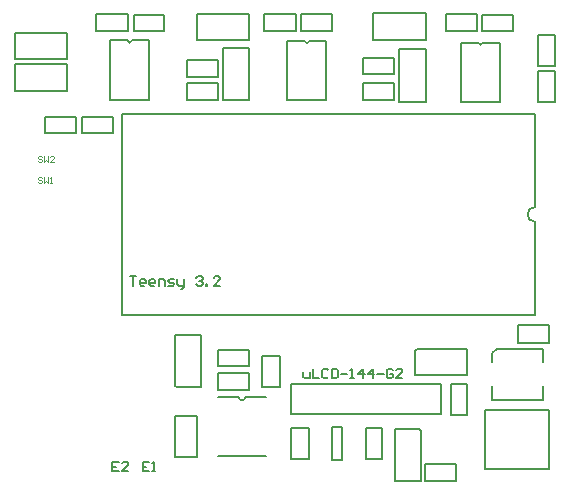
<source format=gto>
G04 Layer_Color=65535*
%FSLAX25Y25*%
%MOIN*%
G70*
G01*
G75*
%ADD28C,0.00787*%
%ADD29C,0.00689*%
%ADD30C,0.00394*%
D28*
X256053Y486319D02*
G03*
X257333Y486319I640J0D01*
G01*
X176123Y368398D02*
G03*
X178601Y368398I1239J165D01*
G01*
X275000Y431732D02*
G03*
X275000Y426732I0J-2500D01*
G01*
X139222Y487106D02*
G03*
X140502Y487106I640J0D01*
G01*
X198277Y486811D02*
G03*
X199557Y486811I640J0D01*
G01*
X228248Y340354D02*
Y357776D01*
Y340354D02*
X236910D01*
X228248Y357776D02*
X236319D01*
X236910Y357185D01*
Y340354D02*
Y357185D01*
X238484Y340453D02*
X248721D01*
Y345965D01*
X238484D02*
X248721D01*
X238484Y340453D02*
Y345965D01*
X210728Y347244D02*
Y358268D01*
X207579Y347244D02*
X210728D01*
X207480D02*
Y358268D01*
X210630D01*
X250197Y486417D02*
X256053D01*
X257333D02*
X263189D01*
Y466732D02*
Y486417D01*
X250197Y466732D02*
X263189D01*
X250197D02*
Y486417D01*
X169488Y348720D02*
X185236D01*
X178612Y368406D02*
X185236D01*
X169488D02*
X176112D01*
X238583Y466732D02*
Y484252D01*
X229724D02*
X238583D01*
X229724Y466732D02*
Y484252D01*
Y466732D02*
X238583D01*
X245177Y490354D02*
X255610D01*
Y496063D01*
X245177D02*
X255610D01*
X245177Y490354D02*
Y496063D01*
X193681Y362618D02*
Y372618D01*
X243681D01*
X193681Y362618D02*
X243681D01*
Y372618D01*
X137205Y462697D02*
X275000D01*
X137205Y395768D02*
Y462697D01*
Y395768D02*
X275000D01*
Y426732D01*
Y431732D02*
Y462697D01*
X260630Y367520D02*
X277559D01*
Y379921D02*
Y384449D01*
Y367520D02*
Y372047D01*
X260630Y367520D02*
Y372047D01*
Y379921D02*
Y382874D01*
X262205Y384449D01*
X277594D01*
X163583Y371555D02*
Y388976D01*
X154921D02*
X163583D01*
X155512Y371555D02*
X163583D01*
X154921Y372146D02*
X155512Y371555D01*
X154921Y372146D02*
Y388976D01*
Y348217D02*
Y362106D01*
X162205D01*
Y348217D02*
Y362106D01*
X156791Y348217D02*
X160335D01*
X162205D01*
X154921D02*
X156791D01*
X276083Y478740D02*
Y488976D01*
Y478740D02*
X281595D01*
Y488976D01*
X276083D02*
X281595D01*
X193799Y347638D02*
X199508D01*
X193799D02*
Y358071D01*
X199508D01*
Y347638D02*
Y358071D01*
X279626Y386516D02*
Y392224D01*
X269193Y386516D02*
X279626D01*
X269193D02*
Y392224D01*
X279626D01*
X184154Y371555D02*
X189862D01*
X184154D02*
Y381988D01*
X189862D01*
Y371555D02*
Y381988D01*
X258366Y364075D02*
X279823D01*
X258366Y344390D02*
X279823D01*
X258366D02*
Y364075D01*
X279823Y344390D02*
Y364075D01*
X121949Y456299D02*
Y461811D01*
X111713Y456299D02*
X121949D01*
X111713D02*
Y461811D01*
X121949D01*
X124122Y456299D02*
Y461811D01*
X134358D01*
Y456299D02*
Y461811D01*
X124122Y456299D02*
X134358D01*
X246949Y362402D02*
X252461D01*
X246949D02*
Y372638D01*
X252461D01*
Y362402D02*
Y372638D01*
X235039Y375689D02*
X252461D01*
Y384350D01*
X235039Y375689D02*
Y383760D01*
X235630Y384350D01*
X252461D01*
X169390Y378642D02*
Y384153D01*
X179626D01*
Y378642D02*
Y384153D01*
X169390Y378642D02*
X179626D01*
X169390Y370866D02*
Y376378D01*
X179626D01*
Y370866D02*
Y376378D01*
X169390Y370866D02*
X179626D01*
X218504Y347835D02*
X224016D01*
X218504D02*
Y358071D01*
X224016D01*
Y347835D02*
Y358071D01*
X133366Y487205D02*
X139222D01*
X140502D02*
X146358D01*
Y467520D02*
Y487205D01*
X133366Y467520D02*
X146358D01*
X133366D02*
Y487205D01*
X192421Y467224D02*
Y486909D01*
Y467224D02*
X205413D01*
Y486909D01*
X199557D02*
X205413D01*
X192421D02*
X198277D01*
X141240Y495866D02*
X151476D01*
X141240Y490354D02*
Y495866D01*
Y490354D02*
X151476D01*
Y495866D01*
X197146Y495965D02*
X207382D01*
X197146Y490453D02*
Y495965D01*
Y490453D02*
X207382D01*
Y495965D01*
X257382Y495866D02*
X267618D01*
X257382Y490354D02*
Y495866D01*
Y490354D02*
X267618D01*
Y495866D01*
X159153Y467520D02*
X169390D01*
Y473031D01*
X159153D02*
X169390D01*
X159153Y467520D02*
Y473031D01*
Y480709D02*
X169390D01*
X159153Y475197D02*
Y480709D01*
Y475197D02*
X169390D01*
Y480709D01*
X217618Y467421D02*
X227854D01*
Y472933D01*
X217618D02*
X227854D01*
X217618Y467421D02*
Y472933D01*
X281594Y466732D02*
Y476968D01*
X276083D02*
X281594D01*
X276083Y466732D02*
Y476968D01*
Y466732D02*
X281594D01*
X217618Y481398D02*
X227854D01*
X217618Y475886D02*
Y481398D01*
Y475886D02*
X227854D01*
Y481398D01*
X128740Y490354D02*
X139173D01*
Y496063D01*
X128740D02*
X139173D01*
X128740Y490354D02*
Y496063D01*
X184738Y490354D02*
X195171D01*
Y496063D01*
X184738D02*
X195171D01*
X184738Y490354D02*
Y496063D01*
X101575Y481004D02*
X119094D01*
Y489862D01*
X101575D02*
X119094D01*
X101575Y481004D02*
Y489862D01*
X162303Y487205D02*
X179823D01*
Y496063D01*
X162303D02*
X179823D01*
X162303Y487205D02*
Y496063D01*
X221063Y487500D02*
X238583D01*
Y496358D01*
X221063D02*
X238583D01*
X221063Y487500D02*
Y496358D01*
X101575Y470374D02*
X119094D01*
Y479232D01*
X101575D02*
X119094D01*
X101575Y470374D02*
Y479232D01*
X179823Y467224D02*
Y484744D01*
X170965D02*
X179823D01*
X170965Y467224D02*
Y484744D01*
Y467224D02*
X179823D01*
D29*
X146390Y346751D02*
X144291D01*
Y343602D01*
X146390D01*
X144291Y345177D02*
X145341D01*
X147440Y343602D02*
X148489D01*
X147965D01*
Y346751D01*
X147440Y346226D01*
X136253Y346751D02*
X134153D01*
Y343602D01*
X136253D01*
X134153Y345177D02*
X135203D01*
X139401Y343602D02*
X137302D01*
X139401Y345701D01*
Y346226D01*
X138876Y346751D01*
X137827D01*
X137302Y346226D01*
X197736Y376705D02*
Y375131D01*
X198261Y374606D01*
X199835D01*
Y376705D01*
X200885Y377755D02*
Y374606D01*
X202984D01*
X206133Y377230D02*
X205608Y377755D01*
X204558D01*
X204033Y377230D01*
Y375131D01*
X204558Y374606D01*
X205608D01*
X206133Y375131D01*
X207182Y377755D02*
Y374606D01*
X208756D01*
X209281Y375131D01*
Y377230D01*
X208756Y377755D01*
X207182D01*
X210331Y376181D02*
X212430D01*
X213479Y374606D02*
X214529D01*
X214004D01*
Y377755D01*
X213479Y377230D01*
X217677Y374606D02*
Y377755D01*
X216103Y376181D01*
X218202D01*
X220826Y374606D02*
Y377755D01*
X219252Y376181D01*
X221351D01*
X222400D02*
X224499D01*
X227648Y377230D02*
X227123Y377755D01*
X226074D01*
X225549Y377230D01*
Y375131D01*
X226074Y374606D01*
X227123D01*
X227648Y375131D01*
Y376181D01*
X226598D01*
X230796Y374606D02*
X228697D01*
X230796Y376705D01*
Y377230D01*
X230272Y377755D01*
X229222D01*
X228697Y377230D01*
X140059Y408627D02*
X142158D01*
X141109D01*
Y405479D01*
X144782D02*
X143732D01*
X143208Y406003D01*
Y407053D01*
X143732Y407578D01*
X144782D01*
X145307Y407053D01*
Y406528D01*
X143208D01*
X147931Y405479D02*
X146881D01*
X146356Y406003D01*
Y407053D01*
X146881Y407578D01*
X147931D01*
X148455Y407053D01*
Y406528D01*
X146356D01*
X149505Y405479D02*
Y407578D01*
X151079D01*
X151604Y407053D01*
Y405479D01*
X152653D02*
X154228D01*
X154753Y406003D01*
X154228Y406528D01*
X153178D01*
X152653Y407053D01*
X153178Y407578D01*
X154753D01*
X155802D02*
Y406003D01*
X156327Y405479D01*
X157901D01*
Y404954D01*
X157376Y404429D01*
X156851D01*
X157901Y405479D02*
Y407578D01*
X162099Y408103D02*
X162624Y408627D01*
X163673D01*
X164198Y408103D01*
Y407578D01*
X163673Y407053D01*
X163149D01*
X163673D01*
X164198Y406528D01*
Y406003D01*
X163673Y405479D01*
X162624D01*
X162099Y406003D01*
X165248Y405479D02*
Y406003D01*
X165773D01*
Y405479D01*
X165248D01*
X169971D02*
X167872D01*
X169971Y407578D01*
Y408103D01*
X169446Y408627D01*
X168396D01*
X167872Y408103D01*
D30*
X110761Y441404D02*
X110433Y441732D01*
X109777D01*
X109449Y441404D01*
Y441076D01*
X109777Y440748D01*
X110433D01*
X110761Y440420D01*
Y440092D01*
X110433Y439764D01*
X109777D01*
X109449Y440092D01*
X111417Y441732D02*
Y439764D01*
X112073Y440420D01*
X112729Y439764D01*
Y441732D01*
X113384Y439764D02*
X114041D01*
X113713D01*
Y441732D01*
X113384Y441404D01*
X110564Y448392D02*
X110236Y448720D01*
X109580D01*
X109252Y448392D01*
Y448064D01*
X109580Y447736D01*
X110236D01*
X110564Y447408D01*
Y447080D01*
X110236Y446752D01*
X109580D01*
X109252Y447080D01*
X111220Y448720D02*
Y446752D01*
X111876Y447408D01*
X112532Y446752D01*
Y448720D01*
X114500Y446752D02*
X113188D01*
X114500Y448064D01*
Y448392D01*
X114172Y448720D01*
X113516D01*
X113188Y448392D01*
M02*

</source>
